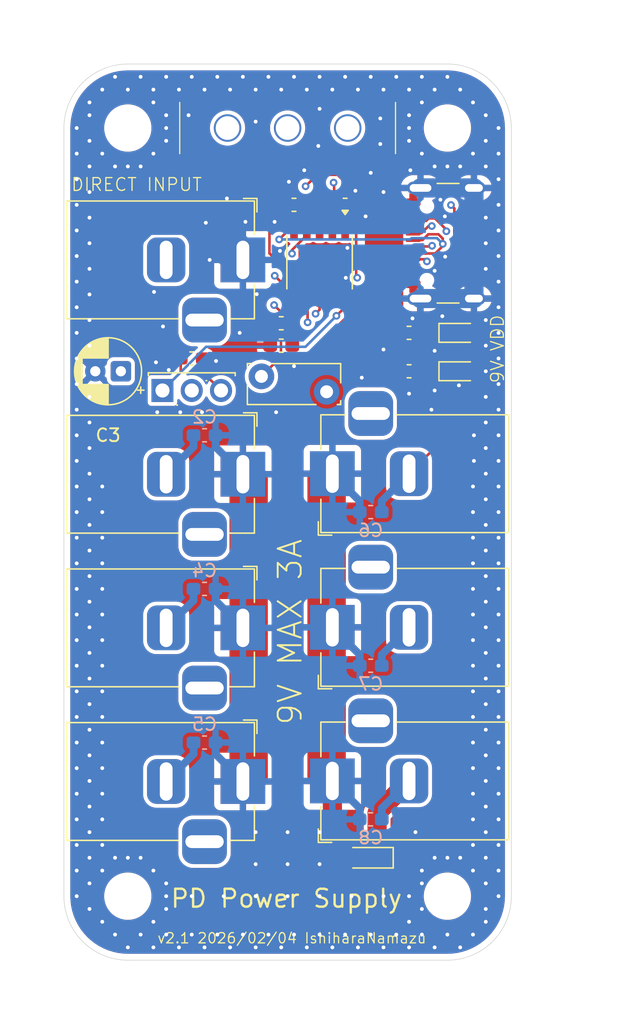
<source format=kicad_pcb>
(kicad_pcb (version 20241229) (generator "pcbnew") (generator_version "9.0")
  (layers (0 "F.Cu" signal) (4 "In1.Cu" signal) (6 "In2.Cu" signal) (2 "B.Cu" signal) (13 "F.Paste" user) (15 "B.Paste" user) (5 "F.SilkS" user "F.Silkscreen") (7 "B.SilkS" user "B.Silkscreen") (1 "F.Mask" user) (3 "B.Mask" user) (25 "Edge.Cuts" user))
  (net 0 "")
  (net 1 "Net-(U1-VDD)")
  (net 2 "GND")
  (net 3 "+9V")
  (net 4 "Net-(Q2-S)")
  (net 5 "Net-(D2-K)")
  (net 6 "/JACK_B")
  (net 7 "Net-(U1-DM)")
  (net 9 "Net-(J1-CC2)")
  (net 10 "Net-(U1-DP)")
  (net 11 "Net-(J1-CC1)")
  (net 19 "Net-(F1-Pad1)")
  (net 20 "/PG")
  (net 21 "Net-(U1-CFG1)")
  (net 22 "Net-(U1-VBUS)")
  (net 25 "VDD")
  (net 27 "Net-(D3-K)")
  (footprint "Connector_BarrelJack:BarrelJack_Horizontal" (layer "F.Cu") (at 114 65.3)
    (property "Reference" "J8" (hide yes))
    (property "Value" "Barrel_Jack_Switch" (hide yes))
  )
  (footprint "Capacitor_THT:CP_Radial_D5.0mm_P2.00mm" (layer "F.Cu") (at 104.4551 74 180)
    (property "Reference" "C3")
    (property "Value" "47u")
  )
  (footprint "MountingHole:MountingHole_3.2mm_M3" (layer "F.Cu") (at 105 115)
    (property "Reference" "REF4" (hide yes))
    (property "Value" "MountingHole_3.2mm_M3" (hide yes))
  )
  (footprint "Fuse:Fuse_Bourns_MF-RG300" (layer "F.Cu") (at 120.55 75.6 180)
    (property "Reference" "F1" (hide yes))
    (property "Value" ">3A")
  )
  (footprint "MountingHole:MountingHole_3.2mm_M3" (layer "F.Cu") (at 105 55)
    (property "Reference" "REF1" (hide yes))
    (property "Value" "MountingHole_3.2mm_M3" (hide yes))
  )
  (footprint "MountingHole:MountingHole_3.2mm_M3" (layer "F.Cu") (at 130 55)
    (property "Reference" "REF2" (hide yes))
    (property "Value" "MountingHole_3.2mm_M3")
  )
  (footprint "Capacitor_SMD:C_0603_1608Metric_Pad1.08x0.95mm_HandSolder" (layer "F.Cu") (at 110 73)
    (property "Reference" "R4" (hide yes))
    (property "Value" "100k")
  )
  (footprint "Connector_BarrelJack:BarrelJack_Horizontal" (layer "F.Cu") (at 114 106.0425)
    (property "Reference" "J4" (hide yes))
    (property "Value" "Barrel_Jack_Switch")
  )
  (footprint "Ishihalib:ROCKERSW_3MS1J102M2QES" (layer "F.Cu") (at 117.5 55 90)
    (property "Reference" "SW1" (hide yes))
    (property "Value" "SW_SPDT")
  )
  (footprint "Connector_BarrelJack:BarrelJack_Horizontal" (layer "F.Cu") (at 114 94.0425)
    (property "Reference" "J3" (hide yes))
    (property "Value" "Barrel_Jack_Switch")
  )
  (footprint "Package_TO_SOT_THT:TO-251-3_Vertical" (layer "F.Cu") (at 107.71 75.5)
    (property "Reference" "Q2" (hide yes))
    (property "Value" "Q_PMOS_GDS")
  )
  (footprint "Capacitor_SMD:C_0603_1608Metric_Pad1.08x0.95mm_HandSolder" (layer "F.Cu") (at 118 61 180)
    (property "Reference" "R2" (hide yes))
    (property "Value" "6.8k")
  )
  (footprint "Capacitor_SMD:C_0603_1608Metric_Pad1.08x0.95mm_HandSolder" (layer "F.Cu") (at 127 71 180)
    (property "Reference" "R6" (hide yes))
    (property "Value" "470R")
  )
  (footprint "Connector_USB:USB_C_Receptacle_GCT_USB4105-xx-A_16P_TopMnt_Horizontal" (layer "F.Cu") (at 131 64 90)
    (property "Reference" "J1" (hide yes))
    (property "Value" "USB_C_Receptacle_USB2.0_16P")
  )
  (footprint "Capacitor_SMD:C_0603_1608Metric_Pad1.08x0.95mm_HandSolder" (layer "F.Cu") (at 127 74 180)
    (property "Reference" "R5" (hide yes))
    (property "Value" "470R")
  )
  (footprint "Connector_BarrelJack:BarrelJack_Horizontal" (layer "F.Cu") (at 121 94 180)
    (property "Reference" "J6" (hide yes))
    (property "Value" "Barrel_Jack_Switch")
  )
  (footprint "Capacitor_SMD:C_0603_1608Metric_Pad1.08x0.95mm_HandSolder" (layer "F.Cu") (at 122 61 180)
    (property "Reference" "R3" (hide yes))
    (property "Value" "10k")
  )
  (footprint "MountingHole:MountingHole_3.2mm_M3" (layer "F.Cu") (at 130 115)
    (property "Reference" "REF3" (hide yes))
    (property "Value" "MountingHole_3.2mm_M3" (hide yes))
  )
  (footprint "LED_SMD:LED_0603_1608Metric_Pad1.05x0.95mm_HandSolder" (layer "F.Cu") (at 131 74)
    (property "Reference" "D2" (hide yes))
    (property "Value" "PWR_LED")
  )
  (footprint "LED_SMD:LED_0603_1608Metric_Pad1.05x0.95mm_HandSolder" (layer "F.Cu") (at 131 71)
    (property "Reference" "D3" (hide yes))
    (property "Value" "VDD_LED")
  )
  (footprint "Capacitor_SMD:C_0603_1608Metric_Pad1.08x0.95mm_HandSolder" (layer "F.Cu") (at 117 70.25)
    (property "Reference" "R1" (hide yes))
    (property "Value" "1k")
  )
  (footprint "Connector_BarrelJack:BarrelJack_Horizontal" (layer "F.Cu") (at 114 82.0425)
    (property "Reference" "J2" (hide yes))
    (property "Value" "Barrel_Jack_Switch")
  )
  (footprint "Diode_SMD:D_TUMD2" (layer "F.Cu") (at 123.85 112 180)
    (property "Reference" "D1" (hide yes))
    (property "Value" ">9V")
  )
  (footprint "Connector_BarrelJack:BarrelJack_Horizontal" (layer "F.Cu") (at 121 106 180)
    (property "Reference" "J7" (hide yes))
    (property "Value" "Barrel_Jack_Switch" (hide yes))
  )
  (footprint "Connector_BarrelJack:BarrelJack_Horizontal" (layer "F.Cu") (at 121 82 180)
    (property "Reference" "J5" (hide yes))
    (property "Value" "Barrel_Jack_Switch")
  )
  (footprint "Capacitor_SMD:C_0603_1608Metric_Pad1.08x0.95mm_HandSolder" (layer "F.Cu") (at 117 72 180)
    (property "Reference" "C1" (hide yes))
    (property "Value" "1u")
  )
  (footprint "Package_SO:SSOP-10-1EP_3.9x4.9mm_P1mm_EP2.1x3.3mm" (layer "F.Cu") (at 120 65.5 -90)
    (property "Reference" "U1" (hide yes))
    (property "Value" "CH224K")
  )
  (footprint "Capacitor_SMD:C_0603_1608Metric_Pad1.08x0.95mm_HandSolder" (layer "B.Cu") (at 111 79 180)
    (property "Reference" "C2")
    (property "Value" "0.1u")
  )
  (footprint "Capacitor_SMD:C_0603_1608Metric_Pad1.08x0.95mm_HandSolder" (layer "B.Cu") (at 124 109)
    (property "Reference" "C8")
    (property "Value" "0.1u")
  )
  (footprint "Capacitor_SMD:C_0603_1608Metric_Pad1.08x0.95mm_HandSolder" (layer "B.Cu") (at 111 103 180)
    (property "Reference" "C5")
    (property "Value" "0.1u")
  )
  (footprint "Capacitor_SMD:C_0603_1608Metric_Pad1.08x0.95mm_HandSolder" (layer "B.Cu") (at 124 97)
    (property "Reference" "C7")
    (property "Value" "0.1u")
  )
  (footprint "Capacitor_SMD:C_0603_1608Metric_Pad1.08x0.95mm_HandSolder" (layer "B.Cu") (at 124 85)
    (property "Reference" "C6")
    (property "Value" "0.1u")
  )
  (footprint "Capacitor_SMD:C_0603_1608Metric_Pad1.08x0.95mm_HandSolder" (layer "B.Cu") (at 111 91 180)
    (property "Reference" "C4")
    (property "Value" "0.1u")
  )
  (gr_line (start 100 55) (end 100 115) (stroke (width 0.05)) (layer "Edge.Cuts"))
  (gr_line (start 135 115) (end 135 55) (stroke (width 0.05)) (layer "Edge.Cuts"))
  (gr_arc (start 135 115) (mid 133.535534 118.535534) (end 130 120) (stroke (width 0.05)) (layer "Edge.Cuts"))
  (gr_arc (start 100 55) (mid 101.464466 51.464466) (end 105 50) (stroke (width 0.05)) (layer "Edge.Cuts"))
  (gr_arc (start 130 50) (mid 133.535534 51.464466) (end 135 55) (stroke (width 0.05)) (layer "Edge.Cuts"))
  (gr_line (start 105 120) (end 130 120) (stroke (width 0.05)) (layer "Edge.Cuts"))
  (gr_line (start 130 50) (end 105 50) (stroke (width 0.05)) (layer "Edge.Cuts"))
  (gr_arc (start 105 120) (mid 101.464466 118.535534) (end 100 115) (stroke (width 0.05)) (layer "Edge.Cuts"))
  (gr_text "v2.1 2026/02/04 IshiharaNamazu" (at 107.25 118.75 0) (layer "F.SilkS") (effects (font (size 0.8 0.8) (thickness 0.1)) (justify left bottom)))
  (gr_text "PD Power Supply" (at 108.25 116 0) (layer "F.SilkS") (effects (font (size 1.4 1.4) (thickness 0.1875)) (justify left bottom)))
  (gr_text "9V MAX 3A" (at 118.75 101.75 90) (layer "F.SilkS") (effects (font (size 1.8 1.8)) (justify left bottom)))
  (gr_text "VDD" (at 134.5 72.5 90) (layer "F.SilkS") (effects (font (size 1 1) (thickness 0.1)) (justify left bottom)))
  (gr_text "9V" (at 134.5 75 90) (layer "F.SilkS") (effects (font (size 1 1) (thickness 0.1)) (justify left bottom)))
  (gr_text "DIRECT INPUT" (at 100.5 60 0) (layer "F.SilkS") (effects (font (size 1 1) (thickness 0.1)) (justify left bottom)))
  (segment (start 116.4418 68.8298) (end 117.862 70.25) (width 0.2) (layer "F.Cu") (net 1))
  (segment (start 121.4062 58.6535) (end 119.8005 58.6535) (width 0.2) (layer "F.Cu") (net 1))
  (segment (start 117.862 72) (end 117.862 70.25) (width 0.2) (layer "F.Cu") (net 1))
  (segment (start 116.4418 68.8295) (end 116.4418 68.8298) (width 0.2) (layer "F.Cu") (net 1))
  (segment (start 122 59.2473) (end 121.4062 58.6535) (width 0.2) (layer "F.Cu") (net 1))
  (segment (start 117.8625 70.25) (end 117.862 70.25) (width 0.2) (layer "F.Cu") (net 1))
  (segment (start 122 62.8625) (end 122 59.2473) (width 0.2) (layer "F.Cu") (net 1))
  (segment (start 117.8625 72) (end 117.862 72) (width 0.2) (layer "F.Cu") (net 1))
  (segment (start 119.8005 58.6535) (end 118.9052 59.5488) (width 0.2) (layer "F.Cu") (net 1))
  (via (at 118.9052 59.5488) (size 0.6) (drill 0.3) (layers "F.Cu" "B.Cu") (net 1))
  (via (at 116.4418 68.8295) (size 0.6) (drill 0.3) (layers "F.Cu" "B.Cu") (net 1))
  (segment (start 127.72 69.4175) (end 127.72 68.145) (width 0.2) (layer "F.Cu") (net 2))
  (segment (start 114 94.0425) (end 114.451 93.5915) (width 3) (layer "F.Cu") (net 2))
  (segment (start 114.451 105.592) (end 114.451 94.4935) (width 3) (layer "F.Cu") (net 2))
  (segment (start 127.26875 69.86875) (end 127.72 69.4175) (width 0.2) (layer "F.Cu") (net 2))
  (segment (start 126.1375 74) (end 126.1375 71) (width 0.2) (layer "F.Cu") (net 2))
  (segment (start 127.32 67.2) (end 127.32 67.745) (width 0.6) (layer "F.Cu") (net 2))
  (segment (start 117.1375 61) (end 117.1375 61.6704) (width 0.2) (layer "F.Cu") (net 2))
  (segment (start 117.1375 61.6704) (end 116.481 62.3269) (width 0.2) (layer "F.Cu") (net 2))
  (segment (start 127.32 60.255) (end 127.895 59.68) (width 0.6) (layer "F.Cu") (net 2))
  (segment (start 127.32 67.745) (end 127.72 68.145) (width 0.6) (layer "F.Cu") (net 2))
  (segment (start 120 65.5) (end 121.9517 65.5) (width 0.2) (layer "F.Cu") (net 2))
  (segment (start 114 106.0425) (end 114 106.042) (width 0.2) (layer "F.Cu") (net 2))
  (segment (start 115.0831 70.9456) (end 115.0831 67.9775) (width 0.2) (layer "F.Cu") (net 2))
  (segment (start 120.549 82.451) (end 120.549 93.549) (width 3) (layer "F.Cu") (net 2))
  (segment (start 127.72 68.145) (end 127.895 68.32) (width 0.6) (layer "F.Cu") (net 2))
  (segment (start 121 82) (end 120.549 82.451) (width 3) (layer "F.Cu") (net 2))
  (segment (start 121 110.451) (end 122.549 112) (width 1.5) (layer "F.Cu") (net 2))
  (segment (start 114.451 94.4935) (end 114 94.0425) (width 3) (layer "F.Cu") (net 2))
  (segment (start 114.451 82.4935) (end 114 82.0425) (width 3) (layer "F.Cu") (net 2))
  (segment (start 126.1375 71) (end 127.26875 69.86875) (width 0.2) (layer "F.Cu") (net 2))
  (segment (start 114.451 93.5915) (end 114.451 82.4935) (width 3) (layer "F.Cu") (net 2))
  (segment (start 122.6 112) (end 122.549 112) (width 0.2) (layer "F.Cu") (net 2))
  (segment (start 116.1375 72) (end 115.0831 70.9456) (width 0.2) (layer "F.Cu") (net 2))
  (segment (start 121 106) (end 121 110.451) (width 1.5) (layer "F.Cu") (net 2))
  (segment (start 121.9517 64.5858) (end 122.176 64.3615) (width 0.2) (layer "F.Cu") (net 2))
  (segment (start 127.32 60.8) (end 127.32 60.255) (width 0.6) (layer "F.Cu") (net 2))
  (segment (start 121 94) (end 120.549 94.451) (width 3) (layer "F.Cu") (net 2))
  (segment (start 120.549 105.549) (end 121 106) (width 3) (layer "F.Cu") (net 2))
  (segment (start 120.549 94.451) (end 120.549 105.549) (width 3) (layer "F.Cu") (net 2))
  (segment (start 114 106.042) (end 114.451 105.592) (width 3) (layer "F.Cu") (net 2))
  (segment (start 121.9517 65.5) (end 121.9517 64.5858) (width 0.2) (layer "F.Cu") (net 2))
  (segment (start 120.549 93.549) (end 121 94) (width 3) (layer "F.Cu") (net 2))
  (via (at 133 62) (size 0.6) (drill 0.3) (layers "F.Cu" "B.Cu") (net 2))
  (via (at 134 77) (size 0.6) (drill 0.3) (layers "F.Cu" "B.Cu") (net 2))
  (via (at 109 52) (size 0.6) (drill 0.3) (layers "F.Cu" "B.Cu") (net 2))
  (via (at 132 57) (size 0.6) (drill 0.3) (layers "F.Cu" "B.Cu") (net 2))
  (via (at 129 66.15) (size 0.6) (drill 0.3) (layers "F.Cu" "B.Cu") (net 2))
  (via (at 133 86) (size 0.6) (drill 0.3) (layers "F.Cu" "B.Cu") (net 2))
  (via (at 125 119) (size 0.6) (drill 0.3) (layers "F.Cu" "B.Cu") (net 2))
  (via (at 129 52) (size 0.6) (drill 0.3) (layers "F.Cu" "B.Cu") (net 2))
  (via (at 105 119) (size 0.6) (drill 0.3) (layers "F.Cu" "B.Cu") (net 2))
  (via (at 115 115) (size 0.6) (drill 0.3) (layers "F.Cu" "B.Cu") (net 2))
  (via (at 117.5 110) (size 0.6) (drill 0.3) (layers "F.Cu" "B.Cu") (net 2))
  (via (at 117.6 59.2) (size 0.6) (drill 0.3) (layers "F.Cu" "B.Cu") (net 2))
  (via (at 105 58) (size 0.6) (drill 0.3) (layers "F.Cu" "B.Cu") (net 2))
  (via (at 101 63) (size 0.6) (drill 0.3) (layers "F.Cu" "B.Cu") (net 2))
  (via (at 133 110) (size 0.6) (drill 0.3) (layers "F.Cu" "B.Cu") (net 2))
  (via (at 134 89) (size 0.6) (drill 0.3) (layers "F.Cu" "B.Cu") (net 2))
  (via (at 109 119) (size 0.6) (drill 0.3) (layers "F.Cu" "B.Cu") (net 2))
  (via (at 107.75 70.5) (size 0.6) (drill 0.3) (layers "F.Cu" "B.Cu") (net 2))
  (via (at 121 52) (size 0.6) (drill 0.3) (layers "F.Cu" "B.Cu") (net 2))
  (via (at 102 72) (size 0.6) (drill 0.3) (layers "F.Cu" "B.Cu") (net 2))
  (via (at 102 60) (size 0.6) (drill 0.3) (layers "F.Cu" "B.Cu") (net 2))
  (via (at 133 104) (size 0.6) (drill 0.3) (layers "F.Cu" "B.Cu") (net 2))
  (via (at 102 84) (size 0.6) (drill 0.3) (layers "F.Cu" "B.Cu") (net 2))
  (via (at 134 99) (size 0.6) (drill 0.3) (layers "F.Cu" "B.Cu") (net 2))
  (via (at 112 51) (size 0.6) (drill 0.3) (layers "F.Cu" "B.Cu") (net 2))
  (via (at 102 62) (size 0.6) (drill 0.3) (layers "F.Cu" "B.Cu") (net 2))
  (via (at 101 93) (size 0.6) (drill 0.3) (layers "F.Cu" "B.Cu") (net 2))
  (via (at 105 52) (size 0.6) (drill 0.3) (layers "F.Cu" "B.Cu") (net 2))
  (via (at 116.481 62.3269) (size 0.6) (drill 0.3) (layers "F.Cu" "B.Cu") (net 2))
  (via (at 102 56) (size 0.6) (drill 0.3) (layers "F.Cu" "B.Cu") (net 2))
  (via (at 134 79) (size 0.6) (drill 0.3) (layers "F.Cu" "B.Cu") (net 2))
  (via (at 134 111) (size 0.6) (drill 0.3) (layers "F.Cu" "B.Cu") (net 2))
  (via (at 130 58) (size 0.6) (drill 0.3) (layers "F.Cu" "B.Cu") (net 2))
  (via (at 102 80) (size 0.6) (drill 0.3) (layers "F.Cu" "B.Cu") (net 2))
  (via (at 107 53) (size 0.6) (drill 0.3) (layers "F.Cu" "B.Cu") (net 2))
  (via (at 101 85) (size 0.6) (drill 0.3) (layers "F.Cu" "B.Cu") (net 2))
  (via (at 102 96) (size 0.6) (drill 0.3) (layers "F.Cu" "B.Cu") (net 2))
  (via (at 108 51) (size 0.6) (drill 0.3) (layers "F.Cu" "B.Cu") (net 2))
  (via (at 133 56) (size 0.6) (drill 0.3) (layers "F.Cu" "B.Cu") (net 2))
  (via (at 133 102) (size 0.6) (drill 0.3) (layers "F.Cu" "B.Cu") (net 2))
  (via (at 103 52) (size 0.6) (drill 0.3) (layers "F.Cu" "B.Cu") (net 2))
  (via (at 106 118) (size 0.6) (drill 0.3) (layers "F.Cu" "B.Cu") (net 2))
  (via (at 132 85) (size 0.6) (drill 0.3) (layers "F.Cu" "B.Cu") (net 2))
  (via (at 127 115) (size 0.6) (drill 0.3) (layers "F.Cu" "B.Cu") (net 2))
  (via (at 101 107) (size 0.6) (drill 0.3) (layers "F.Cu" "B.Cu") (net 2))
  (via (at 133 82) (size 0.6) (drill 0.3) (layers "F.Cu" "B.Cu") (net 2))
  (via (at 108 54) (size 0.6) (drill 0.3) (layers "F.Cu" "B.Cu") (net 2))
  (via (at 108 115) (size 0.6) (drill 0.3) (layers "F.Cu" "B.Cu") (net 2))
  (via (at 101 97) (size 0.6) (drill 0.3) (layers "F.Cu" "B.Cu") (net 2))
  (via (at 118 73.6) (size 0.6) (drill 0.3) (layers "F.Cu" "B.Cu") (net 2))
  (via (at 134 67) (size 0.6) (drill 0.3) (layers "F.Cu" "B.Cu") (net 2))
  (via (at 129.6 69.7) (size 0.6) (drill 0.3) (layers "F.Cu" "B.Cu") (net 2))
  (via (at 122.176 64.3615) (size 0.6) (drill 0.3) (layers "F.Cu" "B.Cu") (net 2))
  (via (at 134 107) (size 0.6) (drill 0.3) (layers "F.Cu" "B.Cu") (net 2))
  (via (at 134 101) (size 0.6) (drill 0.3) (layers "F.Cu" "B.Cu") (net 2))
  (via (at 133 76) (size 0.6) (drill 0.3) (layers "F.Cu" "B.Cu") (net 2))
  (via (at 134 113) (size 0.6) (drill 0.3) (layers "F.Cu" "B.Cu") (net 2))
  (via (at 102 114) (size 0.6) (drill 0.3) (layers "F.Cu" "B.Cu") (net 2))
  (via (at 129 58) (size 0.6) (drill 0.3) (layers "F.Cu" "B.Cu") (net 2))
  (via (at 102 100) (size 0.6) (drill 0.3) (layers "F.Cu" "B.Cu") (net 2))
  (via (at 133 84) (size 0.6) (drill 0.3) (layers "F.Cu" "B.Cu") (net 2))
  (via (at 132 118) (size 0.6) (drill 0.3) (layers "F.Cu" "B.Cu") (net 2))
  (via (at 132 105) (size 0.6) (drill 0.3) (layers "F.Cu" "B.Cu") (net 2))
  (via (at 116 51) (size 0.6) (drill 0.3) (layers "F.Cu" "B.Cu") (net 2))
  (via (at 130 51) (size 0.6) (drill 0.3) (layers "F.Cu" "B.Cu") (net 2))
  (via (at 102 112) (size 0.6) (drill 0.3) (layers "F.Cu" "B.Cu") (net 2))
  (via (at 103 95) (size 0.6) (drill 0.3) (layers "F.Cu" "B.Cu") (net 2))
  (via (at 133 112) (size 0.6) (drill 0.3) (layers "F.Cu" "B.Cu") (net 2))
  (via (at 101 61) (size 0.6) (drill 0.3) (layers "F.Cu" "B.Cu") (net 2))
  (via (at 103 91) (size 0.6) (drill 0.3) (layers "F.Cu" "B.Cu") (net 2))
  (via (at 103 93) (size 0.6) (drill 0.3) (layers "F.Cu" "B.Cu") (net 2))
  (via (at 134 61) (size 0.6) (drill 0.3) (layers "F.Cu" "B.Cu") (net 2))
  (via (at 134 81) (size 0.6) (drill 0.3) (layers "F.Cu" "B.Cu") (net 2))
  (via (at 101 115) (size 0.6) (drill 0.3) (layers "F.Cu" "B.Cu") (net 2))
  (via (at 107 119) (size 0.6) (drill 0.3) (layers "F.Cu" "B.Cu") (net 2))
  (via (at 104 118) (size 0.6) (drill 0.3) (layers "F.Cu" "B.Cu") (net 2))
  (via (at 115 52) (size 0.6) (drill 0.3) (layers "F.Cu" "B.Cu") (net 2))
  (via (at 101 59) (size 0.6) (drill 0.3) (layers "F.Cu" "B.Cu") (net 2))
  (via (at 103 111) (size 0.6) (drill 0.3) (layers "F.Cu" "B.Cu") (net 2))
  (via (at 114 118) (size 0.6) (drill 0.3) (layers "F.Cu" "B.Cu") (net 2))
  (via (at 128 116) (size 0.6) (drill 0.3) (layers "F.Cu" "B.Cu") (net 2))
  (via (at 102 108) (size 0.6) (drill 0.3) (layers "F.Cu" "B.Cu") (net 2))
  (via (at 127 75.75) (size 0.6) (drill 0.3) (layers "F.Cu" "B.Cu") (net 2))
  (via (at 124.75 56.25) (size 0.6) (drill 0.3) (layers "F.Cu" "B.Cu") (net 2))
  (via (at 101 91) (size 0.6) (drill 0.3) (layers "F.Cu" "B.Cu") (net 2))
  (via (at 132 93) (size 0.6) (drill 0.3) (layers "F.Cu" "B.Cu") (net 2))
  (via (at 132 107) (size 0.6) (drill 0.3) (layers "F.Cu" "B.Cu") (net 2))
  (via (at 132 111) (size 0.6) (drill 0.3) (layers "F.Cu" "B.Cu") (net 2))
  (via (at 134 105) (size 0.6) (drill 0.3) (layers "F.Cu" "B.Cu") (net 2))
  (via (at 101 55) (size 0.6) (drill 0.3) (layers "F.Cu" "B.Cu") (net 2))
  (via (at 120 118) (size 0.6) (drill 0.3) (layers "F.Cu" "B.Cu") (net 2))
  (via (at 107 52) (size 0.6) (drill 0.3) (layers "F.Cu" "B.Cu") (net 2))
  (via (at 133 114) (size 0.6) (drill 0.3) (layers "F.Cu" "B.Cu") (net 2))
  (via (at 129.8 61.9) (size 0.6) (drill 0.3) (layers "F.Cu" "B.Cu") (net 2))
  (via (at 115 54.5) (size 0.6) (drill 0.3) (layers "F.Cu" "B.Cu") (net 2))
  (via (at 102 98) (size 0.6) (drill 0.3) (layers "F.Cu" "B.Cu") (net 2))
  (via (at 115 119) (size 0.6) (drill 0.3) (layers "F.Cu" "B.Cu") (net 2))
  (via (at 121 119) (size 0.6) (drill 0.3) (layers "F.Cu" "B.Cu") (net 2))
  (via (at 103 99) (size 0.6) (drill 0.3) (layers "F.Cu" "B.Cu") (net 2))
  (via (at 101 73) (size 0.6) (drill 0.3) (layers "F.Cu" "B.Cu") (net 2))
  (via (at 118 118) (size 0.6) (drill 0.3) (layers "F.Cu" "B.Cu") (net 2))
  (via (at 130 112) (size 0.6) (drill 0.3) (layers "F.Cu" "B.Cu") (net 2))
  (via (at 102 92) (size 0.6) (drill 0.3) (layers "F.Cu" "B.Cu") (net 2))
  (via (at 133 96) (size 0.6) (drill 0.3) (layers "F.Cu" "B.Cu") (net 2))
  (via (at 134 115) (size 0.6) (drill 0.3) (layers "F.Cu" "B.Cu") (net 2))
  (via (at 127 55) (size 0.6) (drill 0.3) (layers "F.Cu" "B.Cu") (net 2))
  (via (at 112.75 60.5) (size 0.6) (drill 0.3) (layers "F.Cu" "B.Cu") (net 2))
  (via (at 112.5 115) (size 0.6) (drill 0.3) (layers "F.Cu" "B.Cu") (net 2))
  (via (at 114.2 62.3269) (size 0.6) (drill 0.3) (layers "F.Cu" "B.Cu") (net 2))
  (via (at 134 97) (size 0.6) (drill 0.3) (layers "F.Cu" "B.Cu") (net 2))
  (via (at 102 110) (size 0.6) (drill 0.3) (layers "F.Cu" "B.Cu") (net 2))
  (via (at 117.5 115) (size 0.6) (drill 0.3) (layers "F.Cu" "B.Cu") (net 2))
  (via (at 113 119) (size 0.6) (drill 0.3) (layers "F.Cu" "B.Cu") (net 2))
  (via (at 133 116) (size 0.6) (drill 0.3) (layers "F.Cu" "B.Cu") (net 2))
  (via (at 107.3 77.2) (size 0.6) (drill 0.3) (layers "F.Cu" "B.Cu") (net 2))
  (via (at 132 99) (size 0.6) (drill 0.3) (layers "F.Cu" "B.Cu") (net 2))
  (via (at 132 89) (size 0.6) (drill 0.3) (layers "F.Cu" "B.Cu") (net 2))
  (via (at 106 51) (size 0.6) (drill 0.3) (layers "F.Cu" "B.Cu") (net 2))
  (via (at 134 103) (size 0.6) (drill 0.3) (layers "F.Cu" "B.Cu") (net 2))
  (via (at 119 52) (size 0.6) (drill 0.3) (layers "F.Cu" "B.Cu") (net 2))
  (via (at 127 56) (size 0.6) (drill 0.3) (layers "F.Cu" "B.Cu") (net 2))
  (via (at 102 106) (size 0.6) (drill 0.3) (layers "F.Cu" "B.Cu") (net 2))
  (via (at 133 58) (size 0.6) (drill 0.3) (layers "F.Cu" "B.Cu") (net 2))
  (via (at 108.2 73.9) (size 0.6) (drill 0.3) (layers "F.Cu" "B.Cu") (net 2))
  (via (at 132 101) (size 0.6) (drill 0.3) (layers "F.Cu" "B.Cu") (net 2))
  (via (at 125 72.3) (size 0.6) (drill 0.3) (layers "F.Cu" "B.Cu") (net 2))
  (via (at 133 90) (size 0.6) (drill 0.3) (layers "F.Cu" "B.Cu") (net 2))
  (via (at 132 103) (size 0.6) (drill 0.3) (layers "F.Cu" "B.Cu") (net 2))
  (via (at 133 106) (size 0.6) (drill 0.3) (layers "F.Cu" "B.Cu") (net 2))
  (via (at 122 51) (size 0.6) (drill 0.3) (layers "F.Cu" "B.Cu") (net 2))
  (via (at 129 75.5) (size 0.6) (drill 0.3) (layers "F.Cu" "B.Cu") (net 2))
  (via (at 132 53) (size 0.6) (drill 0.3) (layers "F.Cu" "B.Cu") (net 2))
  (via (at 115 112.5) (size 0.6) (drill 0.3) (layers "F.Cu" "B.Cu") (net 2))
  (via (at 110 118) (size 0.6) (drill 0.3) (layers "F.Cu" "B.Cu") (net 2))
  (via (at 114 51) (size 0.6) (drill 0.3) (layers "F.Cu" "B.Cu") (net 2))
  (via (at 120 110) (size 0.6) (drill 0.3) (layers "F.Cu" "B.Cu") (net 2))
  (via (at 102 88) (size 0.6) (drill 0.3) (layers "F.Cu" "B.Cu") (net 2))
  (via (at 134 71) (size 0.6) (drill 0.3) (layers "F.Cu" "B.Cu") (net 2))
  (via (at 120 115) (size 0.6) (drill 0.3) (layers "F.Cu" "B.Cu") (net 2))
  (via (at 133 66) (size 0.6) (drill 0.3) (layers "F.Cu" "B.Cu") (net 2))
  (via (at 102 78) (size 0.6) (drill 0.3) (layers "F.Cu" "B.Cu") (net 2))
  (via (at 101 113) (size 0.6) (drill 0.3) (layers "F.Cu" "B.Cu") (net 2))
  (via (at 124 58.5) (size 0.6) (drill 0.3) (layers "F.Cu" "B.Cu") (net 2))
  (via (at 102 90) (size 0.6) (drill 0.3) (layers "F.Cu" "B.Cu") (net 2))
  (via (at 103 107) (size 0.6) (drill 0.3) (layers "F.Cu" "B.Cu") (net 2))
  (via (at 102 94) (size 0.6) (drill 0.3) (layers "F.Cu" "B.Cu") (net 2))
  (via (at 106 58) (size 0.6) (drill 0.3) (layers "F.Cu" "B.Cu") (net 2))
  (via (at 134 69) (size 0.6) (drill 0.3) (layers "F.Cu" "B.Cu") (net 2))
  (via (at 103 87) (size 0.6) (drill 0.3) (layers "F.Cu" "B.Cu") (net 2))
  (via (at 101 87) (size 0.6) (drill 0.3) (layers "F.Cu" "B.Cu") (net 2))
  (via (at 119 119) (size 0.6) (drill 0.3) (layers "F.Cu" "B.Cu") (net 2))
  (via (at 119.9 56.4) (size 0.6) (drill 0.3) (layers "F.Cu" "B.Cu") (net 2))
  (via (at 101 67) (size 0.6) (drill 0.3) (layers "F.Cu" "B.Cu") (net 2))
  (via (at 127 54) (size 0.6) (drill 0.3) (layers "F.Cu" "B.Cu") (net 2))
  (via (at 103 105) (size 0.6) (drill 0.3) (layers "F.Cu" "B.Cu") (net 2))
  (via (at 133 94) (size 0.6) (drill 0.3) (layers "F.Cu" "B.Cu") (net 2))
  (via (at 134 57) (size 0.6) (drill 0.3) (layers "F.Cu" "B.Cu") (net 2))
  (via (at 123 119) (size 0.6) (drill 0.3) (layers "F.Cu" "B.Cu") (net 2))
  (via (at 103 89) (size 0.6) (drill 0.3) (layers "F.Cu" "B.Cu") (net 2))
  (via (at 132 91) (size 0.6) (drill 0.3) (layers "F.Cu" "B.Cu") (net 2))
  (via (at 103 57) (size 0.6) (drill 0.3) (layers "F.Cu" "B.Cu") (net 2))
  (via (at 113 52) (size 0.6) (drill 0.3) (layers "F.Cu" "B.Cu") (net 2))
  (via (at 128 114) (size 0.6) (drill 0.3) (layers "F.Cu" "B.Cu") (net 2))
  (via (at 102 76) (size 0.6) (drill 0.3) (layers "F.Cu" "B.Cu") (net 2))
  (via (at 133 108) (size 0.6) (drill 0.3) (layers "F.Cu" "B.Cu") (net 2))
  (via (at 126 118) (size 0.6) (drill 0.3) (layers "F.Cu" "B.Cu") (net 2))
  (via (at 102 66) (size 0.6) (drill 0.3) (layers "F.Cu" "B.Cu") (net 2))
  (via (at 118.8 58.3) (size 0.6) (drill 0.3) (layers "F.Cu" "B.Cu") (net 2))
  (via (at 115.0831 67.9775) (size 0.6) (drill 0.3) (layers "F.Cu" "B.Cu") (net 2))
  (via (at 134 95) (size 0.6) (drill 0.3) (layers "F.Cu" "B.Cu") (net 2))
  (via (at 103 85) (size 0.6) (drill 0.3) (layers "F.Cu" "B.Cu") (net 2))
  (via (at 126 51) (size 0.6) (drill 0.3) (layers "F.Cu" "B.Cu") (net 2))
  (via (at 132 95) (size 0.6) (drill 0.3) (layers "F.Cu" "B.Cu") (net 2))
  (via (at 123.6 61.9) (size 0.6) (drill 0.3) (layers "F.Cu" "B.Cu") (net 2))
  (via (at 109.1 77.2) (size 0.6) (drill 0.3) (layers "F.Cu" "B.Cu") (net 2))
  (via (at 134 83) (size 0.6) (drill 0.3) (layers "F.Cu" "B.Cu") (net 2))
  (via (at 129 72.4) (size 0.6) (drill 0.3) (layers "F.Cu" "B.Cu") (net 2))
  (via (at 103 113) (size 0.6) (drill 0.3) (layers "F.Cu" "B.Cu") (net 2))
  (via (at 127.1 58.3) (size 0.6) (drill 0.3) (layers "F.Cu" "B.Cu") (net 2))
  (via (at 128 113) (size 0.6) (drill 0.3) (layers "F.Cu" "B.Cu") (net 2))
  (via (at 125 115) (size 0.6) (drill 0.3) (layers "F.Cu" "B.Cu") (net 2))
  (via (at 101 99) (size 0.6) (drill 0.3) (layers "F.Cu" "B.Cu") (net 2))
  (via (at 105 112) (size 0.6) (drill 0.3) (layers "F.Cu" "B.Cu") (net 2))
  (via (at 129 112) (size 0.6) (drill 0.3) (layers "F.Cu" "B.Cu") (net 2))
  (via (at 130.9 75.1) (size 0.6) (drill 0.3) (layers "F.Cu" "B.Cu") (net 2))
  (via (at 134 91) (size 0.6) (drill 0.3) (layers "F.Cu" "B.Cu") (net 2))
  (via (at 120 53.5) (size 0.6) (drill 0.3) (layers "F.Cu" "B.Cu") (net 2))
  (via (at 101 81) (size 0.6) (drill 0.3) (layers "F.Cu" "B.Cu") (net 2))
  (via (at 102 70) (size 0.6) (drill 0.3) (layers "F.Cu" "B.Cu") (net 2))
  (via (at 108 55) (size 0.6) (drill 0.3) (layers "F.Cu" "B.Cu") (net 2))
  (via (at 134 87) (size 0.6) (drill 0.3) (layers "F.Cu" "B.Cu") (net 2))
  (via (at 127 117) (size 0.6) (drill 0.3) (layers "F.Cu" "B.Cu") (net 2))
  (via (at 134 73) (size 0.6) (drill 0.3) (layers "F.Cu" "B.Cu") (net 2))
  (via (at 107 117) (size 0.6) (drill 0.3) (layers "F.Cu" "B.Cu") (net 2))
  (via (at 134 109) (size 0.6) (drill 0.3) (layers "F.Cu" "B.Cu") (net 2))
  (via (at 127.26875 69.86875) (size 0.6) (drill 0.3) (layers "F.Cu" "B.Cu") (net 2))
  (via (at 133 74) (size 0.6) (drill 0.3) (layers "F.Cu" "B.Cu") (net 2))
  (via (at 101 89) (size 0.6) (drill 0.3) (layers "F.Cu" "B.Cu") (net 2))
  (via (at 101 105) (size 0.6) (drill 0.3) (layers "F.Cu" "B.Cu") (net 2))
  (via (at 101 111) (size 0.6) (drill 0.3) (layers "F.Cu" "B.Cu") (net 2))
  (via (at 103 109) (size 0.6) (drill 0.3) (layers "F.Cu" "B.Cu") (net 2))
  (via (at 116 118) (size 0.6) (drill 0.3) (layers "F.Cu" "B.Cu") (net 2))
  (via (at 134 59) (size 0.6) (drill 0.3) (layers "F.Cu" "B.Cu") (net 2))
  (via (at 103 97) (size 0.6) (drill 0.3) (layers "F.Cu" "B.Cu") (net 2))
  (via (at 115 110) (size 0.6) (drill 0.3) (layers "F.Cu" "B.Cu") (net 2))
  (via (at 134 93) (size 0.6) (drill 0.3) (layers "F.Cu" "B.Cu") (net 2))
  (via (at 133 88) (size 0.6) (drill 0.3) (layers "F.Cu" "B.Cu") (net 2))
  (via (at 128.75 77) (size 0.6) (drill 0.3) (layers "F.Cu" "B.Cu") (net 2))
  (via (at 127.5 110) (size 0.6) (drill 0.3) (layers "F.Cu" "B.Cu") (net 2))
  (via (at 120 51) (size 0.6) (drill 0.3) (layers "F.Cu" "B.Cu") (net 2))
  (via (at 101 71) (size 0.6) (drill 0.3) (layers "F.Cu" "B.Cu") (net 2))
  (via (at 120 112.5) (size 0.6) (drill 0.3) (layers "F.Cu" "B.Cu") (net 2))
  (via (at 101 69) (size 0.6) (drill 0.3) (layers "F.Cu" "B.Cu") (net 2))
  (via (at 123 52) (size 0.6) (drill 0.3) (layers "F.Cu" "B.Cu") (net 2))
  (via (at 128 51) (size 0.6) (drill 0.3) (layers "F.Cu" "B.Cu") (net 2))
  (via (at 129 119) (size 0.6) (drill 0.3) (layers "F.Cu" "B.Cu") (net 2))
  (via (at 101 109) (size 0.6) (drill 0.3) (layers "F.Cu" "B.Cu") (net 2))
  (via (at 125 60) (size 0.6) (drill 0.3) (layers "F.Cu" "B.Cu") (net 2))
  (via (at 122.05 66.7) (size 0.6) (drill 0.3) (layers "F.Cu" "B.Cu") (net 2))
  (via (at 107 57) (size 0.6) (drill 0.3) (layers "F.Cu" "B.Cu") (net 2))
  (via (at 117 119) (size 0.6) (drill 0.3) (layers "F.Cu" "B.Cu") (net 2))
  (via (at 103 117) (size 0.6) (drill 0.3) (layers "F.Cu" "B.Cu") (net 2))
  (via (at 122.8 59.9) (size 0.6) (drill 0.3) (layers "F.Cu" "B.Cu") (net 2))
  (via (at 133 92) (size 0.6) (drill 0.3) (layers "F.Cu" "B.Cu") (net 2))
  (via (at 101 95) (size 0.6) (drill 0.3) (layers "F.Cu" "B.Cu") (net 2))
  (via (at 101 101) (size 0.6) (drill 0.3) (layers "F.Cu" "B.Cu") (net 2))
  (via (at 108 114) (size 0.6) (drill 0.3) (layers "F.Cu" "B.Cu") (net 2))
  (via (at 102 102) (size 0.6) (drill 0.3) (layers "F.Cu" "B.Cu") (net 2))
  (via (at 113.75 71) (size 0.6) (drill 0.3) (layers "F.Cu" "B.Cu") (net 2))
  (via (at 101 65) (size 0.6) (drill 0.3) (layers "F.Cu" "B.Cu") (net 2))
  (via (at 131 119) (size 0.6) (drill 0.3) (layers "F.Cu" "B.Cu") (net 2))
  (via (at 132 113) (size 0.6) (drill 0.3) (layers "F.Cu" "B.Cu") (net 2))
  (via (at 102 68) (size 0.6) (drill 0.3) (layers "F.Cu" "B.Cu") (net 2))
  (via (at 112 118) (size 0.6) (drill 0.3) (layers "F.Cu" "B.Cu") (net 2))
  (via (at 131 112) (size 0.6) (drill 0.3) (layers "F.Cu" "B.Cu") (net 2))
  (via (at 132 83) (size 0.6) (drill 0.3) (layers "F.Cu" "B.Cu") (net 2))
  (via (at 111.9 73.2) (size 0.6) (drill 0.3) (layers "F.Cu" "B.Cu") (net 2))
  (via (at 133 64) (size 0.6) (drill 0.3) (layers "F.Cu" "B.Cu") (net 2))
  (via (at 125 52) (size 0.6) (drill 0.3) (layers "F.Cu" "B.Cu") (net 2))
  (via (at 110 51) (size 0.6) (drill 0.3) (layers "F.Cu" "B.Cu") (net 2))
  (via (at 103 103) (size 0.6) (drill 0.3) (layers "F.Cu" "B.Cu") (net 2))
  (via (at 134 85) (size 0.6) (drill 0.3) (layers "F.Cu" "B.Cu") (net 2))
  (via (at 129.45 60.6) (size 0.6) (drill 0.3) (layers "F.Cu" "B.Cu") (net 2))
  (via (at 132 97) (size 0.6) (drill 0.3) (layers "F.Cu" "B.Cu") (net 2))
  (via (at 101 75) (size 0.6) (drill 0.3) (layers "F.Cu" "B.Cu") (net 2))
  (via (at 131 58) (size 0.6) (drill 0.3) (layers "F.Cu" "B.Cu") (net 2))
  (via (at 117.5 112.5) (size 0.6) (drill 0.3) (layers "F.Cu" "B.Cu") (net 2))
  (via (at 107.2 73.3) (size 0.6) (drill 0.3) (layers "F.Cu" "B.Cu") (net 2))
  (via (at 102 64) (size 0.6) (drill 0.3) (layers "F.Cu" "B.Cu") (net 2))
  (via (at 133 98) (size 0.6) (drill 0.3) (layers "F.Cu" "B.Cu") (net 2))
  (via (at 133 78) (size 0.6) (drill 0.3) (layers "F.Cu" "B.Cu") (net 2))
  (via (at 102 58) (size 0.6) (drill 0.3) (layers "F.Cu" "B.Cu") (net 2))
  (via (at 111 119) (size 0.6) (drill 0.3) (layers "F.Cu" "B.Cu") (net 2))
  (via (at 104 112) (size 0.6) (drill 0.3) (layers "F.Cu" "B.Cu") (net 2))
  (via (at 116.6 77.2) (size 0.6) (drill 0.3) (layers "F.Cu" "B.Cu") (net 2))
  (via (at 101 103) (size 0.6) (drill 0.3) (layers "F.Cu" "B.Cu") (net 2))
  (via (at 104 58) (size 0.6) (drill 0.3) (layers "F.Cu" "B.Cu") (net 2))
  (via (at 122.5 115) (size 0.6) (drill 0.3) (layers "F.Cu" "B.Cu") (net 2))
  (via (at 133 80) (size 0.6) (drill 0.3) (layers "F.Cu" "B.Cu") (net 2))
  (via (at 133 72) (size 0.6) (drill 0.3) (layers "F.Cu" "B.Cu") (net 2))
  (via (at 134 75) (size 0.6) (drill 0.3) (layers "F.Cu" "B.Cu") (net 2))
  (via (at 104 51) (size 0.6) (drill 0.3) (layers "F.Cu" "B.Cu") (net 2))
  (via (at 106 112) (size 0.6) (drill 0.3) (layers "F.Cu" "B.Cu") (net 2))
  (via (at 124 118) (size 0.6) (drill 0.3) (layers "F.Cu" "B.Cu") (net 2))
  (via (at 130 118) (size 0.6) (drill 0.3) (layers "F.Cu" "B.Cu") (net 2))
  (via (at 111.4 65.3) (size 0.6) (drill 0.3) (layers "F.Cu" "B.Cu") (net 2))
  (via (at 102 54) (size 0.6) (drill 0.3) (layers "F.Cu" "B.Cu") (net 2))
  (via (at 134 63) (size 0.6) (drill 0.3) (layers "F.Cu" "B.Cu") (net 2))
  (via (at 102 116) (size 0.6) (drill 0.3) (layers "F.Cu" "B.Cu") (net 2))
  (via (at 101 83) (size 0.6) (drill 0.3) (layers "F.Cu" "B.Cu") (net 2))
  (via (at 128 57) (size 0.6) (drill 0.3) (layers "F.Cu" "B.Cu") (net 2))
  (via (at 132.075 81) (size 0.6) (drill 0.3) (layers "F.Cu" "B.Cu") (net 2))
  (via (at 117 52) (size 0.6) (drill 0.3) (layers "F.Cu" "B.Cu") (net 2))
  (via (at 134 55) (size 0.6) (drill 0.3) (layers "F.Cu" "B.Cu") (net 2))
  (via (at 109.75 54) (size 0.6) (drill 0.3) (layers "F.Cu" "B.Cu") (net 2))
  (via (at 103 83) (size 0.6) (drill 0.3) (layers "F.Cu" "B.Cu") (net 2))
  (via (at 134 65) (size 0.6) (drill 0.3) (layers "F.Cu" "B.Cu") (net 2))
  (via (at 111 52) (size 0.6) (drill 0.3) (layers "F.Cu" "B.Cu") (net 2))
  (via (at 124 51) (size 0.6) (drill 0.3) (layers "F.Cu" "B.Cu") (net 2))
  (via (at 132 87) (size 0.6) (drill 0.3) (layers "F.Cu" "B.Cu") (net 2))
  (via (at 132 109) (size 0.6) (drill 0.3) (layers "F.Cu" "B.Cu") (net 2))
  (via (at 101 57) (size 0.6) (drill 0.3) (layers "F.Cu" "B.Cu") (net 2))
  (via (at 128 118) (size 0.6) (drill 0.3) (layers "F.Cu" "B.Cu") (net 2))
  (via (at 129.825 65.05) (size 0.6) (drill 0.3) (layers "F.Cu" "B.Cu") (net 2))
  (via (at 133 54) (size 0.6) (drill 0.3) (layers "F.Cu" "B.Cu") (net 2))
  (via (at 102 82) (size 0.6) (drill 0.3) (layers "F.Cu" "B.Cu") (net 2))
  (via (at 110 115) (size 0.6) (drill 0.3) (layers "F.Cu" "B.Cu") (net 2))
  (via (at 102 53) (size 0.6) (drill 0.3) (layers "F.Cu" "B.Cu") (net 2))
  (via (at 127 119) (size 0.6) (drill 0.3) (layers "F.Cu" "B.Cu") (net 2))
  (via (at 108 56) (size 0.6) (drill 0.3) (layers "F.Cu" "B.Cu") (net 2))
  (via (at 132.075 79) (size 0.6) (drill 0.3) (layers "F.Cu" "B.Cu") (net 2))
  (via (at 123.3 74.5) (size 0.6) (drill 0.3) (layers "F.Cu" "B.Cu") (net 2))
  (via (at 102 86) (size 0.6) (drill 0.3) (layers "F.Cu" "B.Cu") (net 2))
  (via (at 124.75 54.25) (size 0.6) (drill 0.3) (layers "F.Cu" "B.Cu") (net 2))
  (via (at 110.8 77.2) (size 0.6) (drill 0.3) (layers "F.Cu" "B.Cu") (net 2))
  (via (at 133 100) (size 0.6) (drill 0.3) (layers "F.Cu" "B.Cu") (net 2))
  (via (at 127 52) (size 0.6) (drill 0.3) (layers "F.Cu" "B.Cu") (net 2))
  (via (at 103 101) (size 0.6) (drill 0.3) (layers "F.Cu" "B.Cu") (net 2))
  (via (at 133 70) (size 0.6) (drill 0.3) (layers "F.Cu" "B.Cu") (net 2))
  (via (at 107 113) (size 0.6) (drill 0.3) (layers "F.Cu" "B.Cu") (net 2))
  (via (at 111.1 62.4) (size 0.6) (drill 0.3) (layers "F.Cu" "B.Cu") (net 2))
  (via (at 101 79) (size 0.6) (drill 0.3) (layers "F.Cu" "B.Cu") (net 2))
  (via (at 116.9 64.6) (size 0.6) (drill 0.3) (layers "F.Cu" "B.Cu") (net 2))
  (via (at 128 53) (size 0.6) (drill 0.3) (layers "F.Cu" "B.Cu") (net 2))
  (via (at 131 52) (size 0.6) (drill 0.3) (layers "F.Cu" "B.Cu") (net 2))
  (via (at 108 118) (size 0.6) (drill 0.3) (layers "F.Cu" "B.Cu") (net 2))
  (via (at 118 51) (size 0.6) (drill 0.3) (layers "F.Cu" "B.Cu") (net 2))
  (via (at 122 118) (size 0.6) (drill 0.3) (layers "F.Cu" "B.Cu") (net 2))
  (via (at 107.05 67.8) (size 0.6) (drill 0.3) (layers "F.Cu" "B.Cu") (net 2))
  (via (at 108 116) (size 0.6) (drill 0.3) (layers "F.Cu" "B.Cu") (net 2))
  (via (at 101 77) (size 0.6) (drill 0.3) (layers "F.Cu" "B.Cu") (net 2))
  (via (at 133 117) (size 0.6) (drill 0.3) (layers "F.Cu" "B.Cu") (net 2))
  (via (at 102 104) (size 0.6) (drill 0.3) (layers "F.Cu" "B.Cu") (net 2))
  (segment (start 112.4539 63.7539) (end 111.1 62.4) (width 3) (layer "B.Cu") (net 2))
  (segment (start 123.138 109) (end 123.138 108.138) (width 0.6) (layer "B.Cu") (net 2))
  (segment (start 116.481 62.3269) (end 114.2 62.3269) (width 0.2) (layer "B.Cu") (net 2))
  (segment (start 121.122 65.4155) (end 122.176 64.3615) (width 0.2) (layer "B.Cu") (net 2))
  (segment (start 111.862 103.4525) (end 111.8625 103.452) (width 0.2) (layer "B.Cu") (net 2))
  (segment (start 116.1672 65.4155) (end 121.122 65.4155) (width 0.2) (layer "B.Cu") (net 2))
  (segment (start 123.138 85) (end 123.1375 85) (width 0.2) (layer "B.Cu") (net 2))
  (segment (start 106.235 61.849) (end 102 66.084) (width 3) (layer "B.Cu") (net 2))
  (segment (start 102 66.084) (end 102 72) (width 3) (layer "B.Cu") (net 2))
  (segment (start 127.895 68.32) (end 132.075 68.32) (width 1.5) (layer "B.Cu") (net 2))
  (segment (start 111.862 103.905) (end 114 106.042) (width 0.6) (layer "B.Cu") (net 2))
  (segment (start 111.8625 103.452) (end 111.8625 103) (width 0.2) (layer "B.Cu") (net 2))
  (segment (start 111.862 91) (end 111.862 91.905) (width 0.6) (layer "B.Cu") (net 2))
  (segment (start 114.2 62.3269) (end 113.8809 62.3269) (width 0.2) (layer "B.Cu") (net 2))
  (segment (start 111.862 91.905) (end 114 94.0425) (width 0.6) (layer "B.Cu") (net 2))
  (segment (start 123.138 85) (end 123.138 84.1375) (width 0.6) (layer "B.Cu") (net 2))
  (segment (start 114 65.3) (end 112.4539 63.7539) (width 3) (layer "B.Cu") (net 2))
  (segment (start 111.1 62.4) (end 110.549 61.849) (width 3) (layer "B.Cu") (net 2))
  (segment (start 111.8625 91) (end 111.862 91) (width 0.2) (layer "B.Cu") (net 2))
  (segment (start 102.4551 74) (end 102.455 74) (width 0.2) (layer "B.Cu") (net 2))
  (segment (start 110.549 61.849) (end 106.235 61.849) (width 3) (layer "B.Cu") (net 2))
  (segment (start 111.862 79) (end 111.862 79.905) (width 0.6) (layer "B.Cu") (net 2))
  (segment (start 132.075 59.68) (end 132.075 68.32) (width 1.5) (layer "B.Cu") (net 2))
  (segment (start 113.8809 62.3269) (end 112.4539 63.7539) (width 0.2) (layer "B.Cu") (net 2))
  (segment (start 123.138 108.138) (end 121 106) (width 0.6) (layer "B.Cu") (net 2))
  (segment (start 111.862 103.4525) (end 111.862 103.905) (width 0.6) (layer "B.Cu") (net 2))
  (segment (start 123.1375 97) (end 123.138 97) (width 0.2) (layer "B.Cu") (net 2))
  (segment (start 123.138 97) (end 123.138 96.1375) (width 0.6) (layer "B.Cu") (net 2))
  (segment (start 114 106.0425) (end 114 106.042) (width 0.2) (layer "B.Cu") (net 2))
  (segment (start 111.862 103) (end 111.862 103.4525) (width 0.6) (layer "B.Cu") (net 2))
  (segment (start 114 65.3) (end 116.0517 65.3) (width 0.2) (layer "B.Cu") (net 2))
  (segment (start 116.0517 65.3) (end 116.1672 65.4155) (width 0.2) (layer "B.Cu") (net 2))
  (segment (start 123.138 96.1375) (end 121 94) (width 0.6) (layer "B.Cu") (net 2))
  (segment (start 127.895 59.68) (end 132.075 59.68) (width 1.5) (layer "B.Cu") (net 2))
  (segment (start 123.138 84.1375) (end 121 82) (width 0.6) (layer "B.Cu") (net 2))
  (segment (start 123.1375 109) (end 123.138 109) (width 0.2) (layer "B.Cu") (net 2))
  (segment (start 111.8625 79) (end 111.862 79) (width 0.2) (layer "B.Cu") (net 2))
  (segment (start 111.862 79.905) (end 114 82.0425) (width 0.6) (layer "B.Cu") (net 2))
  (segment (start 124.5 112) (end 124.5 108.5) (width 1.5) (layer "F.Cu") (net 3))
  (segment (start 131.875 77.125) (end 127 82) (width 0.2) (layer "F.Cu") (net 3))
  (segment (start 124.5 108.5) (end 127 106) (width 1.5) (layer "F.Cu") (net 3))
  (segment (start 131.875 74) (end 131.875 77.125) (width 0.2) (layer "F.Cu") (net 3))
  (segment (start 110.1375 103) (end 110.138 103) (width 0.2) (layer "B.Cu") (net 3))
  (segment (start 110.138 103) (end 110.138 103.905) (width 0.6) (layer "B.Cu") (net 3))
  (segment (start 124.8625 97) (end 124.862 97) (width 0.2) (layer "B.Cu") (net 3))
  (segment (start 124.862 108.138) (end 127 106) (width 0.6) (layer "B.Cu") (net 3))
  (segment (start 108 106.0425) (end 108 106.042) (width 0.2) (layer "B.Cu") (net 3))
  (segment (start 124.862 97) (end 124.862 96.1375) (width 0.6) (layer "B.Cu") (net 3))
  (segment (start 110.138 103.905) (end 108 106.042) (width 0.6) (layer "B.Cu") (net 3))
  (segment (start 124.862 109) (end 124.862 108.138) (width 0.6) (layer "B.Cu") (net 3))
  (segment (start 110.1375 91) (end 110.138 91) (width 0.2) (layer "B.Cu") (net 3))
  (segment (start 124.862 85) (end 124.862 84.1375) (width 0.6) (layer "B.Cu") (net 3))
  (segment (start 124.862 84.1375) (end 127 82) (width 0.6) (layer "B.Cu") (net 3))
  (segment (start 124.862 96.1375) (end 127 94) (width 0.6) (layer "B.Cu") (net 3))
  (segment (start 110.138 91) (end 110.138 91.905) (width 0.6) (layer "B.Cu") (net 3))
  (segment (start 124.8625 85) (end 124.862 85) (width 0.2) (layer "B.Cu") (net 3))
  (segment (start 110.1375 79) (end 110.138 79) (width 0.2) (layer "B.Cu") (net 3))
  (segment (start 110.138 79) (end 110.138 79.905) (width 0.6) (layer "B.Cu") (net 3))
  (segment (start 110.138 91.905) (end 108 94.0425) (width 0.6) (layer "B.Cu") (net 3))
  (segment (start 110.138 79.905) (end 108 82.0425) (width 0.6) (layer "B.Cu") (net 3))
  (segment (start 124.8625 109) (end 124.862 109) (width 0.2) (layer "B.Cu") (net 3))
  (segment (start 115.45 74.4) (end 116.9776 72.8724) (width 0.2) (layer "F.Cu") (net 4))
  (segment (start 122.8625 61) (end 122.8625 66.6367) (width 0.2) (layer "F.Cu") (net 4))
  (segment (start 110.862 74.0725) (end 112.29 75.5) (width 0.2) (layer "F.Cu") (net 4))
  (segment (start 110.8625 73) (end 110.862 73) (width 0.2) (layer "F.Cu") (net 4))
  (segment (start 116.9776 71.0901) (end 116.1375 70.25) (width 0.2) (layer "F.Cu") (net 4))
  (segment (start 110.862 73) (end 110.862 74.0725) (width 0.2) (layer "F.Cu") (net 4))
  (segment (start 116.9776 72.8724) (end 116.9776 71.0901) (width 0.2) (layer "F.Cu") (net 4))
  (segment (start 122.9187 66.6929) (end 122.9447 66.6929) (width 0.2) (layer "F.Cu") (net 4))
  (segment (start 122.8625 66.6367) (end 122.9187 66.6929) (width 0.2) (layer "F.Cu") (net 4))
  (via (at 122.9447 66.6929) (size 0.6) (drill 0.3) (layers "F.Cu" "B.Cu") (net 4))
  (segment (start 127.862 74) (end 130.125 74) (width 0.2) (layer "F.Cu") (net 5))
  (segment (start 129.636199 63.636199) (end 129.636199 64.052026) (width 0.2) (layer "F.Cu") (net 7))
  (segment (start 127.32 64.75) (end 127.37 64.8) (width 0.2) (layer "F.Cu") (net 7))
  (segment (start 129.048865 64.8) (end 129.636199 64.212666) (width 0.2) (layer "F.Cu") (net 7))
  (segment (start 129.636199 64.052026) (end 129.636199 64.263744) (width 0.2) (layer "F.Cu") (net 7))
  (segment (start 117.6779 62.8625) (end 116.8399 63.7005) (width 0.2) (layer "F.Cu") (net 7))
  (segment (start 128.5 63.3) (end 129.3 63.3) (width 0.2) (layer "F.Cu") (net 7))
  (segment (start 128.05 63.75) (end 128.5 63.3) (width 0.2) (layer "F.Cu") (net 7))
  (segment (start 129.636199 64.052026) (end 129.551969 64.052026) (width 0.2) (layer "F.Cu") (net 7))
  (segment (start 129.3 63.3) (end 129.636199 63.636199) (width 0.2) (layer "F.Cu") (net 7))
  (segment (start 129.636199 64.212666) (end 129.636199 64.052026) (width 0.2) (layer "F.Cu") (net 7))
  (segment (start 118 62.8625) (end 117.6779 62.8625) (width 0.2) (layer "F.Cu") (net 7))
  (segment (start 127.37 64.8) (end 129.048865 64.8) (width 0.2) (layer "F.Cu") (net 7))
  (segment (start 127.32 63.75) (end 128.05 63.75) (width 0.2) (layer "F.Cu") (net 7))
  (via (at 116.8399 63.7005) (size 0.6) (drill 0.3) (layers "F.Cu" "B.Cu") (net 7))
  (via (at 129.636199 64.052026) (size 0.6) (drill 0.3) (layers "F.Cu" "B.Cu") (net 7))
  (segment (start 129.183173 63.599) (end 129.636199 64.052026) (width 0.2) (layer "B.Cu") (net 7))
  (segment (start 127.0995 63.7005) (end 127.201 63.599) (width 0.2) (layer "B.Cu") (net 7))
  (segment (start 127.201 63.599) (end 129.183173 63.599) (width 0.2) (layer "B.Cu") (net 7))
  (segment (start 116.8399 63.7005) (end 127.0995 63.7005) (width 0.2) (layer "B.Cu") (net 7))
  (segment (start 116.4918 66.5394) (end 116.9735 67.0211) (width 0.2) (layer "F.Cu") (net 9))
  (segment (start 116.9736 67.1111) (end 118 68.1375) (width 0.2) (layer "F.Cu") (net 9))
  (segment (start 129.0296 62.0545) (end 128.5313 62.0545) (width 0.2) (layer "F.Cu") (net 9))
  (segment (start 116.9735 67.0211) (end 116.9736 67.0211) (width 0.2) (layer "F.Cu") (net 9))
  (segment (start 129.9174 63.0625) (end 129.9174 62.9423) (width 0.2) (layer "F.Cu") (net 9))
  (segment (start 128.5313 62.0545) (end 128.3358 62.25) (width 0.2) (layer "F.Cu") (net 9))
  (segment (start 116.9736 67.0211) (end 116.9736 67.1111) (width 0.2) (layer "F.Cu") (net 9))
  (segment (start 129.9174 62.9423) (end 129.0296 62.0545) (width 0.2) (layer "F.Cu") (net 9))
  (segment (start 128.3358 62.25) (end 127.32 62.25) (width 0.2) (layer "F.Cu") (net 9))
  (via (at 116.4918 66.5394) (size 0.6) (drill 0.3) (layers "F.Cu" "B.Cu") (net 9))
  (via (at 129.9174 63.0625) (size 0.6) (drill 0.3) (layers "F.Cu" "B.Cu") (net 9))
  (segment (start 127.977824 63.201) (end 128.522624 62.6562) (width 0.2) (layer "F.Cu") (net 10))
  (segment (start 119 62.8625) (end 119 63.3733) (width 0.2) (layer "F.Cu") (net 10))
  (segment (start 128.522624 62.6562) (end 128.7804 62.6562) (width 0.2) (layer "F.Cu") (net 10))
  (segment (start 117.8437 64.5296) (end 117.8437 64.8138) (width 0.2) (layer "F.Cu") (net 10))
  (segment (start 127.32 63.25) (end 127.369 63.201) (width 0.2) (layer "F.Cu") (net 10))
  (segment (start 127.32 64.25) (end 128.748922 64.25) (width 0.2) (layer "F.Cu") (net 10))
  (segment (start 119 63.3733) (end 117.8437 64.5296) (width 0.2) (layer "F.Cu") (net 10))
  (segment (start 127.369 63.201) (end 127.977824 63.201) (width 0.2) (layer "F.Cu") (net 10))
  (segment (start 128.748922 64.25) (end 128.799922 64.199) (width 0.2) (layer "F.Cu") (net 10))
  (via (at 117.8437 64.8138) (size 0.6) (drill 0.3) (layers "F.Cu" "B.Cu") (net 10))
  (via (at 128.799922 64.199) (size 0.6) (drill 0.3) (layers "F.Cu" "B.Cu") (net 10))
  (via (at 128.7804 62.6562) (size 0.6) (drill 0.3) (layers "F.Cu" "B.Cu") (net 10))
  (segment (start 128.2324 65.25) (end 128.3986 65.4162) (width 0.2) (layer "F.Cu") (net 11))
  (segment (start 127.32 65.25) (end 128.2324 65.25) (width 0.2) (layer "F.Cu") (net 11))
  (segment (start 119.0632 68.2007) (end 119 68.1375) (width 0.2) (layer "F.Cu") (net 11))
  (segment (start 119.0632 70.1793) (end 119.0632 68.2007) (width 0.2) (layer "F.Cu") (net 11))
  (via (at 119.0632 70.1793) (size 0.6) (drill 0.3) (layers "F.Cu" "B.Cu") (net 11))
  (via (at 128.3986 65.4162) (size 0.6) (drill 0.3) (layers "F.Cu" "B.Cu") (net 11))
  (segment (start 125.644 66.4) (end 125.044 67) (width 0.6) (layer "F.Cu") (net 19))
  (segment (start 120.55 73.302) (end 125.044 68.808) (width 3) (layer "F.Cu") (net 19))
  (segment (start 127.32 61.6) (end 125.9 61.6) (width 0.6) (layer "F.Cu") (net 19))
  (segment (start 127.32 66.4) (end 125.644 66.4) (width 0.6) (layer "F.Cu") (net 19))
  (segment (start 125.9 61.6) (end 125.044 62.456) (width 0.6) (layer "F.Cu") (net 19))
  (segment (start 120.55 75.6) (end 120.55 73.302) (width 3) (layer "F.Cu") (net 19))
  (segment (start 125.044 62.456) (end 125.044 63.4373) (width 0.6) (layer "F.Cu") (net 19))
  (segment (start 125.044 67) (end 125.044 63.4373) (width 3) (layer "F.Cu") (net 19))
  (segment (start 125.044 68.808) (end 125.044 67) (width 3) (layer "F.Cu") (net 19))
  (segment (start 109.138 74.0725) (end 107.71 75.5) (width 0.2) (layer "F.Cu") (net 20))
  (segment (start 109.138 73) (end 109.138 74.0725) (width 0.2) (layer "F.Cu") (net 20))
  (segment (start 109.1375 73) (end 109.138 73) (width 0.2) (layer "F.Cu") (net 20))
  (segment (start 121.3169 69.6691) (end 122 68.986) (width 0.2) (layer "F.Cu") (net 20))
  (segment (start 122 68.986) (end 122 68.1375) (width 0.2) (layer "F.Cu") (net 20))
  (via (at 121.3169 69.6691) (size 0.6) (drill 0.3) (layers "F.Cu" "B.Cu") (net 20))
  (segment (start 118.8979 72.0881) (end 121.3169 69.6691) (width 0.2) (layer "B.Cu") (net 20))
  (segment (start 107.71 75.5) (end 111.1219 72.0881) (width 0.2) (layer "B.Cu") (net 20))
  (segment (start 111.1219 72.0881) (end 118.8979 72.0881) (width 0.2) (layer "B.Cu") (net 20))
  (segment (start 115.8781 60.9374) (end 115.8781 62.5748) (width 0.2) (layer "F.Cu") (net 21))
  (segment (start 116.0793 64.7907) (end 118.2133 66.9247) (width 0.2) (layer "F.Cu") (net 21))
  (segment (start 115.8781 62.5748) (end 116.0793 62.776) (width 0.2) (layer "F.Cu") (net 21))
  (segment (start 116.0793 62.776) (end 116.0793 64.7907) (width 0.2) (layer "F.Cu") (net 21))
  (segment (start 116.5972 60.2183) (end 115.8781 60.9374) (width 0.2) (layer "F.Cu") (net 21))
  (segment (start 118.8625 61) (end 118.0808 60.2183) (width 0.2) (layer "F.Cu") (net 21))
  (segment (start 118.0808 60.2183) (end 116.5972 60.2183) (width 0.2) (layer "F.Cu") (net 21))
  (segment (start 118.2133 66.9247) (end 120.3423 66.9247) (width 0.2) (layer "F.Cu") (net 21))
  (segment (start 121 67.5824) (end 121 68.1375) (width 0.2) (layer "F.Cu") (net 21))
  (segment (start 120.3423 66.9247) (end 121 67.5824) (width 0.2) (layer "F.Cu") (net 21))
  (segment (start 121.1375 59.3032) (end 121.1375 61) (width 0.2) (layer "F.Cu") (net 22))
  (segment (start 120 68.1375) (end 120 69.1938) (width 0.2) (layer "F.Cu") (net 22))
  (segment (start 120 69.1938) (end 119.6867 69.5071) (width 0.2) (layer "F.Cu") (net 22))
  (segment (start 121.0962 59.2619) (end 121.1375 59.3032) (width 0.2) (layer "F.Cu") (net 22))
  (via (at 121.0962 59.2619) (size 0.6) (drill 0.3) (layers "F.Cu" "B.Cu") (net 22))
  (via (at 119.6867 69.5071) (size 0.6) (drill 0.3) (layers "F.Cu" "B.Cu") (net 22))
  (segment (start 130.5428 69.6678) (end 131.875 71) (width 0.2) (layer "F.Cu") (net 25))
  (segment (start 130.5428 61.2783) (end 130.2795 61.015) (width 0.2) (layer "F.Cu") (net 25))
  (segment (start 130.2795 61.015) (end 130.5428 61.2783) (width 0.2) (layer "F.Cu") (net 25))
  (segment (start 130.5428 61.2783) (end 130.5428 69.6678) (width 0.2) (layer "F.Cu") (net 25))
  (segment (start 130.2795 61.015) (end 130.5428 61.2783) (width 0.2) (layer "F.Cu") (net 25))
  (via (at 130.2795 61.015) (size 0.6) (drill 0.3) (layers "F.Cu" "B.Cu") (net 25))
  (segment (start 127.862 71) (end 130.125 71) (width 0.2) (layer "F.Cu") (net 27))
  (zone (net 2) (net_name "GND") (layer "F.Cu") (priority 1) (connect_pads (clearance 0.3)) (min_thickness 0.2) (fill yes (thermal_gap 0.5) (thermal_bridge_width 0.5) (smoothing fillet) (radius 1))
    (polygon (pts (xy 140 120) (xy 145 120) (xy 145 125) (xy 95 125) (xy 95 45) (xy 140 45)))
    (polygon (pts (xy 118.2 72.6) (xy 119 72.9) (xy 119.1 72.5)))
    (polygon (pts (xy 116 68.6) (xy 117.2 68.7) (xy 117.3 68.7) (xy 115.6 67.3)))
    (polygon (pts (xy 129.3 63.9) (xy 129.4 63.9) (xy 129.9 63.6)))
  )
  (zone (net 2) (net_name "GND") (layer "B.Cu") (connect_pads (clearance 0.3)) (min_thickness 0.2) (fill yes (thermal_gap 0.5) (thermal_bridge_width 0.5) (smoothing fillet) (radius 1))
    (polygon (pts (xy 140 45) (xy 95 45) (xy 95 125) (xy 140 125) (xy 140 110) (xy 145 110) (xy 145 105) (xy 140 105)))
  )
)
</source>
